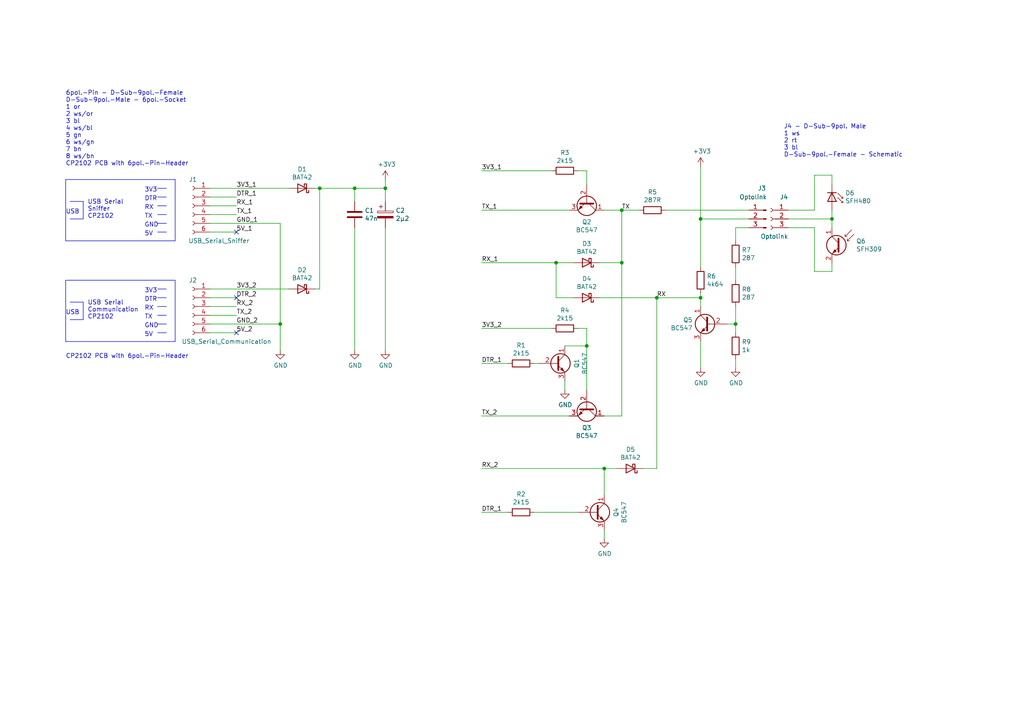
<source format=kicad_sch>
(kicad_sch (version 20230121) (generator eeschema)
  (paper "A4")
  (title_block (title "Optolink Duo Block") (date "2020-08-14") (rev "2") (company "Vich-667"))
  (lib_symbols
    (symbol "Connector:Conn_01x06_Socket" (pin_names (offset 1.016) hide)
      (property "Reference" "J" (at 0 7.62 0))
      (property "Value" "Conn_01x06_Socket" (at 0 -10.16 0))
      (symbol "Conn_01x06_Socket_1_1"
        (arc (start 0 -7.112) (mid -0.5058 -7.62) (end 0 -8.128) (stroke (width 0.1524)))
        (arc (start 0 -4.572) (mid -0.5058 -5.08) (end 0 -5.588) (stroke (width 0.1524)))
        (arc (start 0 -2.032) (mid -0.5058 -2.54) (end 0 -3.048) (stroke (width 0.1524)))
        (polyline (pts (xy -1.27 -7.62) (xy -0.508 -7.62)) (stroke (width 0.1524)))
        (polyline (pts (xy -1.27 -5.08) (xy -0.508 -5.08)) (stroke (width 0.1524)))
        (polyline (pts (xy -1.27 -2.54) (xy -0.508 -2.54)) (stroke (width 0.1524)))
        (polyline (pts (xy -1.27 0) (xy -0.508 0)) (stroke (width 0.1524)))
        (polyline (pts (xy -1.27 2.54) (xy -0.508 2.54)) (stroke (width 0.1524)))
        (polyline (pts (xy -1.27 5.08) (xy -0.508 5.08)) (stroke (width 0.1524)))
        (arc (start 0 0.508) (mid -0.5058 0) (end 0 -0.508) (stroke (width 0.1524)))
        (arc (start 0 3.048) (mid -0.5058 2.54) (end 0 2.032) (stroke (width 0.1524)))
        (arc (start 0 5.588) (mid -0.5058 5.08) (end 0 4.572) (stroke (width 0.1524)))
        (pin passive line (at -5.08 5.08 0) (length 3.81) (name "Pin_1") (number "1"))
        (pin passive line (at -5.08 2.54 0) (length 3.81) (name "Pin_2") (number "2"))
        (pin passive line (at -5.08 0 0) (length 3.81) (name "Pin_3") (number "3"))
        (pin passive line (at -5.08 -2.54 0) (length 3.81) (name "Pin_4") (number "4"))
        (pin passive line (at -5.08 -5.08 0) (length 3.81) (name "Pin_5") (number "5"))
        (pin passive line (at -5.08 -7.62 0) (length 3.81) (name "Pin_6") (number "6"))
      )
    )
    (symbol "Device:C" (pin_numbers hide) (pin_names (offset 0.254))
      (property "Reference" "C" (at 0.635 2.54 0))
      (property "Value" "C" (at 0.635 -2.54 0))
      (symbol "C_0_1"
        (polyline (pts (xy -2.032 -0.762) (xy 2.032 -0.762)) (stroke (width 0.508)))
        (polyline (pts (xy -2.032 0.762) (xy 2.032 0.762)) (stroke (width 0.508)))
      )
      (symbol "C_1_1"
        (pin passive line (at 0 3.81 270) (length 2.794) (name "~") (number "1"))
        (pin passive line (at 0 -3.81 90) (length 2.794) (name "~") (number "2"))
      )
    )
    (symbol "Device:R" (pin_numbers hide) (pin_names (offset 0))
      (property "Reference" "R" (at 2.032 0 90))
      (property "Value" "R" (at 0 0 90))
      (symbol "R_0_1"
        (rectangle (start -1.016 -2.54) (end 1.016 2.54) (stroke (width 0.254)))
      )
      (symbol "R_1_1"
        (pin passive line (at 0 3.81 270) (length 1.27) (name "~") (number "1"))
        (pin passive line (at 0 -3.81 90) (length 1.27) (name "~") (number "2"))
      )
    )
    (symbol "Diode:BAT42" (pin_numbers hide) (pin_names (offset 1.016) hide)
      (property "Reference" "D" (at 0 2.54 0))
      (property "Value" "BAT42" (at 0 -2.54 0))
      (symbol "BAT42_0_1"
        (polyline (pts (xy 1.27 0) (xy -1.27 0)))
        (polyline (pts (xy 1.27 1.27) (xy 1.27 -1.27) (xy -1.27 0) (xy 1.27 1.27)) (stroke (width 0.254)))
        (polyline (pts (xy -1.905 0.635) (xy -1.905 1.27) (xy -1.27 1.27) (xy -1.27 -1.27) (xy -0.635 -1.27) (xy -0.635 -0.635)) (stroke (width 0.254)))
      )
      (symbol "BAT42_1_1"
        (pin passive line (at -3.81 0 0) (length 2.54) (name "K") (number "1"))
        (pin passive line (at 3.81 0 180) (length 2.54) (name "A") (number "2"))
      )
    )
    (symbol "LED:SFH480" (pin_numbers hide) (pin_names (offset 1.016) hide)
      (property "Reference" "D" (at 0.508 1.778 0))
      (property "Value" "SFH480" (at -1.016 -2.794 0))
      (symbol "SFH480_0_1"
        (polyline (pts (xy -2.54 1.27) (xy -2.54 -1.27)) (stroke (width 0.254)))
        (polyline (pts (xy 0 0) (xy -2.54 0)))
        (polyline (pts (xy 0.381 3.175) (xy -0.127 3.175)))
        (polyline (pts (xy -1.143 1.651) (xy 0.381 3.175) (xy 0.381 2.667)))
        (polyline (pts (xy 0 1.27) (xy 0 -1.27) (xy -2.54 0) (xy 0 1.27)) (stroke (width 0.254)))
        (polyline (pts (xy -2.413 1.651) (xy -0.889 3.175) (xy -0.889 2.667) (xy -0.889 3.175) (xy -1.397 3.175)))
      )
      (symbol "SFH480_1_1"
        (pin passive line (at -5.08 0 0) (length 2.54) (name "K") (number "1"))
        (pin passive line (at 2.54 0 180) (length 2.54) (name "A") (number "2"))
      )
    )
    (symbol "OptolinkDuoBlock-rescue:+3.3V-power" (power) (pin_names (offset 0))
      (property "Value" "+3.3V-power" (at 0 3.556 0))
      (symbol "+3.3V-power_0_1"
        (polyline (pts (xy -0.762 1.27) (xy 0 2.54)))
        (polyline (pts (xy 0 0) (xy 0 2.54)))
        (polyline (pts (xy 0 2.54) (xy 0.762 1.27)))
      )
      (symbol "+3.3V-power_1_1"
        (pin power_in line (at 0 0 90) (length 0) hide (name "+3V3") (number "1"))
      )
    )
    (symbol "OptolinkDuoBlock-rescue:CP-Device" (pin_numbers hide) (pin_names (offset 0.254))
      (property "Reference" "C" (at 0.635 2.54 0))
      (property "Value" "Device_CP" (at 0.635 -2.54 0))
      (symbol "CP-Device_0_1"
        (rectangle (start -2.286 0.508) (end 2.286 1.016))
        (polyline (pts (xy -1.778 2.286) (xy -0.762 2.286)))
        (polyline (pts (xy -1.27 2.794) (xy -1.27 1.778)))
        (rectangle (start 2.286 -0.508) (end -2.286 -1.016) (fill (type outline)))
      )
      (symbol "CP-Device_1_1"
        (pin passive line (at 0 3.81 270) (length 2.794) (name "~") (number "1"))
        (pin passive line (at 0 -3.81 90) (length 2.794) (name "~") (number "2"))
      )
    )
    (symbol "OptolinkDuoBlock-rescue:Conn_01x03_Female-Connector" (pin_names (offset 1.016) hide)
      (property "Reference" "J" (at 0 5.08 0))
      (property "Value" "Connector_Conn_01x03_Female" (at 0 -5.08 0))
      (symbol "Conn_01x03_Female-Connector_1_1"
        (arc (start 0 -2.032) (mid -0.5058 -2.54) (end 0 -3.048) (stroke (width 0.1524)))
        (polyline (pts (xy -1.27 -2.54) (xy -0.508 -2.54)) (stroke (width 0.1524)))
        (polyline (pts (xy -1.27 0) (xy -0.508 0)) (stroke (width 0.1524)))
        (polyline (pts (xy -1.27 2.54) (xy -0.508 2.54)) (stroke (width 0.1524)))
        (arc (start 0 0.508) (mid -0.5058 0) (end 0 -0.508) (stroke (width 0.1524)))
        (arc (start 0 3.048) (mid -0.5058 2.54) (end 0 2.032) (stroke (width 0.1524)))
        (pin passive line (at -5.08 2.54 0) (length 3.81) (name "Pin_1") (number "1"))
        (pin passive line (at -5.08 0 0) (length 3.81) (name "Pin_2") (number "2"))
        (pin passive line (at -5.08 -2.54 0) (length 3.81) (name "Pin_3") (number "3"))
      )
    )
    (symbol "OptolinkDuoBlock-rescue:Conn_01x03_Male-Connector" (pin_names (offset 1.016) hide)
      (property "Reference" "J" (at 0 5.08 0))
      (property "Value" "Connector_Conn_01x03_Male" (at 0 -5.08 0))
      (symbol "Conn_01x03_Male-Connector_1_1"
        (polyline (pts (xy 1.27 -2.54) (xy 0.8636 -2.54)) (stroke (width 0.1524)))
        (polyline (pts (xy 1.27 0) (xy 0.8636 0)) (stroke (width 0.1524)))
        (polyline (pts (xy 1.27 2.54) (xy 0.8636 2.54)) (stroke (width 0.1524)))
        (rectangle (start 0.8636 -2.413) (end 0 -2.667) (stroke (width 0.1524)) (fill (type outline)))
        (rectangle (start 0.8636 0.127) (end 0 -0.127) (stroke (width 0.1524)) (fill (type outline)))
        (rectangle (start 0.8636 2.667) (end 0 2.413) (stroke (width 0.1524)) (fill (type outline)))
        (pin passive line (at 5.08 2.54 180) (length 3.81) (name "Pin_1") (number "1"))
        (pin passive line (at 5.08 0 180) (length 3.81) (name "Pin_2") (number "2"))
        (pin passive line (at 5.08 -2.54 180) (length 3.81) (name "Pin_3") (number "3"))
      )
    )
    (symbol "Sensor_Optical:SFH309" (pin_names (offset 0) hide)
      (property "Reference" "Q" (at 5.08 1.27 0))
      (property "Value" "SFH309" (at 5.08 -1.27 0))
      (symbol "SFH309_0_1"
        (polyline (pts (xy -1.905 1.27) (xy -2.54 1.27)))
        (polyline (pts (xy -1.27 2.54) (xy -1.905 2.54)))
        (polyline (pts (xy 0.635 0.635) (xy 2.54 2.54)))
        (polyline (pts (xy -3.81 3.175) (xy -1.905 1.27) (xy -1.905 1.905)))
        (polyline (pts (xy -3.175 4.445) (xy -1.27 2.54) (xy -1.27 3.175)))
        (polyline (pts (xy 0.635 -0.635) (xy 2.54 -2.54) (xy 2.54 -2.54)))
        (polyline (pts (xy 0.635 1.905) (xy 0.635 -1.905) (xy 0.635 -1.905)) (stroke (width 0.508)))
        (polyline (pts (xy 1.27 -1.778) (xy 1.778 -1.27) (xy 2.286 -2.286) (xy 1.27 -1.778) (xy 1.27 -1.778)) (fill (type outline)))
        (circle (center 1.27 0) (radius 2.8194) (stroke (width 0.254)))
      )
      (symbol "SFH309_1_1"
        (pin passive line (at 2.54 5.08 270) (length 2.54) (name "C") (number "1"))
        (pin passive line (at 2.54 -5.08 90) (length 2.54) (name "E") (number "2"))
      )
    )
    (symbol "Transistor_BJT:BC547" (pin_names (offset 0) hide)
      (property "Reference" "Q" (at 5.08 1.905 0))
      (property "Value" "BC547" (at 5.08 0 0))
      (symbol "BC547_0_1"
        (polyline (pts (xy 0 0) (xy 0.635 0)))
        (polyline (pts (xy 0.635 0.635) (xy 2.54 2.54)))
        (polyline (pts (xy 0.635 -0.635) (xy 2.54 -2.54) (xy 2.54 -2.54)))
        (polyline (pts (xy 0.635 1.905) (xy 0.635 -1.905) (xy 0.635 -1.905)) (stroke (width 0.508)))
        (polyline (pts (xy 1.27 -1.778) (xy 1.778 -1.27) (xy 2.286 -2.286) (xy 1.27 -1.778) (xy 1.27 -1.778)) (fill (type outline)))
        (circle (center 1.27 0) (radius 2.8194) (stroke (width 0.254)))
      )
      (symbol "BC547_1_1"
        (pin passive line (at 2.54 5.08 270) (length 2.54) (name "C") (number "1"))
        (pin input line (at -5.08 0 0) (length 5.08) (name "B") (number "2"))
        (pin passive line (at 2.54 -5.08 90) (length 2.54) (name "E") (number "3"))
      )
    )
    (symbol "power:GND" (power) (pin_names (offset 0))
      (property "Value" "GND" (at 0 -3.81 0))
      (symbol "GND_0_1"
        (polyline (pts (xy 0 0) (xy 0 -1.27) (xy 1.27 -1.27) (xy 0 -2.54) (xy -1.27 -1.27) (xy 0 -1.27)))
      )
      (symbol "GND_1_1"
        (pin power_in line (at 0 0 270) (length 0) hide (name "GND") (number "1"))
      )
    )
  )
  (junction (at 213.36 93.98))
  (junction (at 180.34 60.96))
  (junction (at 102.87 54.61))
  (junction (at 161.29 76.2))
  (junction (at 111.76 54.61))
  (junction (at 203.2 86.36))
  (junction (at 175.26 135.89))
  (junction (at 180.34 76.2))
  (junction (at 92.71 54.61))
  (junction (at 190.5 86.36))
  (junction (at 241.3 63.5))
  (junction (at 81.28 93.98))
  (junction (at 203.2 63.5))
  (junction (at 170.18 100.33))
  (no_connect (at 68.58 86.36))
  (no_connect (at 68.58 67.31))
  (no_connect (at 68.58 96.52))
  (wire (pts (xy 228.6 60.96) (xy 236.22 60.96)))
  (wire (pts (xy 213.36 77.47) (xy 213.36 81.28)))
  (polyline (pts (xy 45.72 91.44) (xy 48.26 91.44)))
  (polyline (pts (xy 19.05 81.28) (xy 19.05 99.06)))
  (wire (pts (xy 190.5 86.36) (xy 203.2 86.36)))
  (wire (pts (xy 170.18 95.25) (xy 170.18 100.33)))
  (wire (pts (xy 60.96 91.44) (xy 68.58 91.44)))
  (polyline (pts (xy 20.32 58.42) (xy 24.13 58.42)))
  (polyline (pts (xy 45.72 96.52) (xy 48.26 96.52)))
  (wire (pts (xy 154.94 105.41) (xy 156.21 105.41)))
  (polyline (pts (xy 50.8 81.28) (xy 50.8 99.06)))
  (wire (pts (xy 167.64 95.25) (xy 170.18 95.25)))
  (polyline (pts (xy 50.8 69.85) (xy 19.05 69.85)))
  (wire (pts (xy 92.71 54.61) (xy 102.87 54.61)))
  (wire (pts (xy 170.18 113.03) (xy 170.18 100.33)))
  (wire (pts (xy 175.26 156.21) (xy 175.26 153.67)))
  (wire (pts (xy 241.3 78.74) (xy 236.22 78.74)))
  (wire (pts (xy 186.69 135.89) (xy 190.5 135.89)))
  (wire (pts (xy 111.76 54.61) (xy 111.76 58.42)))
  (wire (pts (xy 92.71 54.61) (xy 92.71 83.82)))
  (wire (pts (xy 241.3 66.04) (xy 241.3 63.5)))
  (wire (pts (xy 213.36 104.14) (xy 213.36 106.68)))
  (wire (pts (xy 203.2 86.36) (xy 203.2 85.09)))
  (wire (pts (xy 60.96 86.36) (xy 68.58 86.36)))
  (wire (pts (xy 173.99 76.2) (xy 180.34 76.2)))
  (wire (pts (xy 175.26 60.96) (xy 180.34 60.96)))
  (wire (pts (xy 203.2 63.5) (xy 217.17 63.5)))
  (wire (pts (xy 60.96 67.31) (xy 68.58 67.31)))
  (wire (pts (xy 163.83 100.33) (xy 170.18 100.33)))
  (wire (pts (xy 175.26 135.89) (xy 179.07 135.89)))
  (wire (pts (xy 180.34 60.96) (xy 180.34 76.2)))
  (wire (pts (xy 60.96 83.82) (xy 83.82 83.82)))
  (polyline (pts (xy 50.8 52.07) (xy 50.8 69.85)))
  (wire (pts (xy 60.96 93.98) (xy 81.28 93.98)))
  (polyline (pts (xy 20.32 63.5) (xy 24.13 63.5)))
  (wire (pts (xy 180.34 60.96) (xy 185.42 60.96)))
  (wire (pts (xy 241.3 76.2) (xy 241.3 78.74)))
  (wire (pts (xy 236.22 66.04) (xy 228.6 66.04)))
  (wire (pts (xy 241.3 50.8) (xy 241.3 53.34)))
  (wire (pts (xy 236.22 50.8) (xy 241.3 50.8)))
  (wire (pts (xy 60.96 96.52) (xy 68.58 96.52)))
  (wire (pts (xy 175.26 120.65) (xy 180.34 120.65)))
  (wire (pts (xy 213.36 66.04) (xy 217.17 66.04)))
  (wire (pts (xy 91.44 83.82) (xy 92.71 83.82)))
  (polyline (pts (xy 45.72 64.77) (xy 48.26 64.77)))
  (polyline (pts (xy 45.72 88.9) (xy 48.26 88.9)))
  (wire (pts (xy 139.7 95.25) (xy 160.02 95.25)))
  (wire (pts (xy 175.26 143.51) (xy 175.26 135.89)))
  (wire (pts (xy 102.87 54.61) (xy 111.76 54.61)))
  (wire (pts (xy 170.18 49.53) (xy 167.64 49.53)))
  (polyline (pts (xy 19.05 52.07) (xy 50.8 52.07)))
  (wire (pts (xy 161.29 76.2) (xy 139.7 76.2)))
  (wire (pts (xy 203.2 88.9) (xy 203.2 86.36)))
  (wire (pts (xy 213.36 96.52) (xy 213.36 93.98)))
  (wire (pts (xy 139.7 120.65) (xy 165.1 120.65)))
  (wire (pts (xy 147.32 105.41) (xy 139.7 105.41)))
  (wire (pts (xy 166.37 86.36) (xy 161.29 86.36)))
  (polyline (pts (xy 45.72 59.69) (xy 48.26 59.69)))
  (wire (pts (xy 236.22 78.74) (xy 236.22 66.04)))
  (polyline (pts (xy 45.72 86.36) (xy 48.26 86.36)))
  (wire (pts (xy 236.22 60.96) (xy 236.22 50.8)))
  (wire (pts (xy 193.04 60.96) (xy 217.17 60.96)))
  (polyline (pts (xy 45.72 93.98) (xy 48.26 93.98)))
  (wire (pts (xy 102.87 54.61) (xy 102.87 58.42)))
  (wire (pts (xy 139.7 135.89) (xy 175.26 135.89)))
  (wire (pts (xy 213.36 66.04) (xy 213.36 69.85)))
  (polyline (pts (xy 45.72 54.61) (xy 48.26 54.61)))
  (wire (pts (xy 241.3 63.5) (xy 241.3 60.96)))
  (wire (pts (xy 210.82 93.98) (xy 213.36 93.98)))
  (polyline (pts (xy 24.13 58.42) (xy 24.13 63.5)))
  (wire (pts (xy 91.44 54.61) (xy 92.71 54.61)))
  (wire (pts (xy 102.87 66.04) (xy 102.87 101.6)))
  (polyline (pts (xy 19.05 81.28) (xy 50.8 81.28)))
  (wire (pts (xy 203.2 63.5) (xy 203.2 77.47)))
  (wire (pts (xy 154.94 148.59) (xy 167.64 148.59)))
  (polyline (pts (xy 19.05 52.07) (xy 19.05 69.85)))
  (wire (pts (xy 213.36 88.9) (xy 213.36 93.98)))
  (polyline (pts (xy 45.72 57.15) (xy 48.26 57.15)))
  (wire (pts (xy 147.32 148.59) (xy 139.7 148.59)))
  (wire (pts (xy 139.7 60.96) (xy 165.1 60.96)))
  (wire (pts (xy 60.96 54.61) (xy 83.82 54.61)))
  (wire (pts (xy 170.18 53.34) (xy 170.18 49.53)))
  (wire (pts (xy 139.7 49.53) (xy 160.02 49.53)))
  (polyline (pts (xy 45.72 67.31) (xy 48.26 67.31)))
  (wire (pts (xy 60.96 62.23) (xy 68.58 62.23)))
  (wire (pts (xy 228.6 63.5) (xy 241.3 63.5)))
  (wire (pts (xy 203.2 48.26) (xy 203.2 63.5)))
  (polyline (pts (xy 20.32 87.63) (xy 24.13 87.63)))
  (wire (pts (xy 173.99 86.36) (xy 190.5 86.36)))
  (wire (pts (xy 81.28 93.98) (xy 81.28 101.6)))
  (polyline (pts (xy 50.8 99.06) (xy 19.05 99.06)))
  (polyline (pts (xy 45.72 83.82) (xy 48.26 83.82)))
  (wire (pts (xy 163.83 110.49) (xy 163.83 113.03)))
  (wire (pts (xy 161.29 86.36) (xy 161.29 76.2)))
  (wire (pts (xy 203.2 106.68) (xy 203.2 99.06)))
  (wire (pts (xy 166.37 76.2) (xy 161.29 76.2)))
  (wire (pts (xy 60.96 64.77) (xy 81.28 64.77)))
  (polyline (pts (xy 24.13 87.63) (xy 24.13 92.71)))
  (wire (pts (xy 60.96 57.15) (xy 68.58 57.15)))
  (wire (pts (xy 180.34 76.2) (xy 180.34 120.65)))
  (polyline (pts (xy 20.32 92.71) (xy 24.13 92.71)))
  (wire (pts (xy 111.76 52.07) (xy 111.76 54.61)))
  (polyline (pts (xy 45.72 62.23) (xy 48.26 62.23)))
  (wire (pts (xy 81.28 93.98) (xy 81.28 64.77)))
  (wire (pts (xy 60.96 88.9) (xy 68.58 88.9)))
  (wire (pts (xy 60.96 59.69) (xy 68.58 59.69)))
  (wire (pts (xy 190.5 135.89) (xy 190.5 86.36)))
  (wire (pts (xy 111.76 66.04) (xy 111.76 101.6)))
  (text "J4 - D-Sub-9pol. Male\n1 ws\n2 rt\n3 bl\nD-Sub-9pol.-Female - Schematic" (at 227.33 45.72 0) (effects (font (size 1.27 1.27)) (justify left bottom)))
  (text "USB" (at 19.05 91.44 0) (effects (font (size 1.27 1.27)) (justify left bottom)))
  (text "DTR" (at 41.91 58.42 0) (effects (font (size 1.27 1.27)) (justify left bottom)))
  (text "GND\n" (at 41.91 66.04 0) (effects (font (size 1.27 1.27)) (justify left bottom)))
  (text "5V" (at 41.91 68.58 0) (effects (font (size 1.27 1.27)) (justify left bottom)))
  (text "USB" (at 19.05 62.23 0) (effects (font (size 1.27 1.27)) (justify left bottom)))
  (text "TX\n" (at 41.91 92.71 0) (effects (font (size 1.27 1.27)) (justify left bottom)))
  (text "3V3" (at 41.91 85.09 0) (effects (font (size 1.27 1.27)) (justify left bottom)))
  (text "USB Serial\nCommunication\nCP2102" (at 25.4 92.71 0) (effects (font (size 1.27 1.27)) (justify left bottom)))
  (text "TX\n" (at 41.91 63.5 0) (effects (font (size 1.27 1.27)) (justify left bottom)))
  (text "GND\n" (at 41.91 95.25 0) (effects (font (size 1.27 1.27)) (justify left bottom)))
  (text "3V3" (at 41.91 55.88 0) (effects (font (size 1.27 1.27)) (justify left bottom)))
  (text "RX\n" (at 41.91 60.96 0) (effects (font (size 1.27 1.27)) (justify left bottom)))
  (text "DTR" (at 41.91 87.63 0) (effects (font (size 1.27 1.27)) (justify left bottom)))
  (text "USB Serial\nSniffer\nCP2102" (at 25.4 63.5 0) (effects (font (size 1.27 1.27)) (justify left bottom)))
  (text "5V" (at 41.91 97.79 0) (effects (font (size 1.27 1.27)) (justify left bottom)))
  (text "CP2102 PCB with 6pol.-Pin-Header" (at 19.05 104.14 0) (effects (font (size 1.27 1.27)) (justify left bottom)))
  (text "RX\n" (at 41.91 90.17 0) (effects (font (size 1.27 1.27)) (justify left bottom)))
  (text "6pol.-Pin - D-Sub-9pol.-Female\nD-Sub-9pol.-Male - 6pol.-Socket\n1 or\n2 ws/or\n3 bl\n4 ws/bl\n5 gn\n6 ws/gn\n7 bn\n8 ws/bn\nCP2102 PCB with 6pol.-Pin-Header" (at 19.05 48.26 0) (effects (font (size 1.27 1.27)) (justify left bottom)))
  (label "TX_2" (at 139.7 120.65 0))
  (label "TX_1" (at 68.58 62.23 0))
  (label "DTR_1" (at 68.58 57.15 0))
  (label "RX" (at 190.5 86.36 0))
  (label "3V3_2" (at 139.7 95.25 0))
  (label "3V3_1" (at 68.58 54.61 0))
  (label "DTR_1" (at 139.7 105.41 0))
  (label "TX_2" (at 68.58 91.44 0))
  (label "RX_2" (at 139.7 135.89 0))
  (label "5V_1" (at 68.58 67.31 0))
  (label "TX" (at 180.34 60.96 0))
  (label "RX_2" (at 68.58 88.9 0))
  (label "GND_2" (at 68.58 93.98 0))
  (label "GND_1" (at 68.58 64.77 0))
  (label "RX_1" (at 68.58 59.69 0))
  (label "5V_2" (at 68.58 96.52 0))
  (label "DTR_2" (at 68.58 86.36 0))
  (label "3V3_1" (at 139.7 49.53 0))
  (label "3V3_2" (at 68.58 83.82 0))
  (label "TX_1" (at 139.7 60.96 0))
  (label "RX_1" (at 139.7 76.2 0))
  (label "DTR_1" (at 139.7 148.59 0))
  (symbol (lib_id "LED:SFH480") (at 241.3 58.42 270) (unit 1)
    (property "Reference" "D6" (at 245.1608 55.9816 90) (effects (justify left)))
    (property "Value" "SFH480" (at 245.1608 58.293 90) (effects (justify left)))
    (property "Footprint" "Package_TO_SOT_THT:TO-18-2_Window" (effects hide))
    (property "Datasheet" "http://www.osram-os.com/Graphics/XPic1/00083613_0.pdf" (effects hide))
  )
  (symbol (lib_id "Sensor_Optical:SFH309") (at 243.84 71.12 0) (mirror y) (unit 1)
    (property "Reference" "Q6" (at 248.3358 69.9516 0) (effects (justify right)))
    (property "Value" "SFH309" (at 248.3358 72.263 0) (effects (justify right)))
    (property "Footprint" "LED_THT:LED_D3.0mm_Clear" (effects hide))
    (property "Datasheet" "http://www.osram-os.com/Graphics/XPic2/00101811_0.pdf/SFH%20309,%20SFH%20309%20FA,%20Lead%20(Pb)%20Free%20Product%20-%20RoHS%20Compliant.pdf" (effects hide))
  )
  (symbol (lib_id "power:GND") (at 81.28 101.6 0) (unit 1)
    (property "Reference" "#PWR01" (effects hide))
    (property "Value" "GND" (at 81.407 105.9942 0))
  )
  (symbol (lib_id "Diode:BAT42") (at 87.63 54.61 180) (unit 1)
    (property "Reference" "D1" (at 87.63 49.0982 0))
    (property "Value" "BAT42" (at 87.63 51.4096 0))
    (property "Footprint" "Diode_THT:D_DO-35_SOD27_P7.62mm_Horizontal" (effects hide))
    (property "Datasheet" "http://www.vishay.com/docs/85660/bat42.pdf" (effects hide))
  )
  (symbol (lib_id "Diode:BAT42") (at 87.63 83.82 180) (unit 1)
    (property "Reference" "D2" (at 87.63 78.3082 0))
    (property "Value" "BAT42" (at 87.63 80.6196 0))
    (property "Footprint" "Diode_THT:D_DO-35_SOD27_P7.62mm_Horizontal" (effects hide))
    (property "Datasheet" "http://www.vishay.com/docs/85660/bat42.pdf" (effects hide))
  )
  (symbol (lib_id "OptolinkDuoBlock-rescue:CP-Device") (at 111.76 62.23 0) (unit 1)
    (property "Reference" "C2" (at 114.7572 61.0616 0) (effects (justify left)))
    (property "Value" "2µ2" (at 114.7572 63.373 0) (effects (justify left)))
    (property "Footprint" "Capacitor_THT:CP_Radial_D5.0mm_P2.50mm" (effects hide))
  )
  (symbol (lib_id "Device:C") (at 102.87 62.23 0) (unit 1)
    (property "Reference" "C1" (at 105.791 61.0616 0) (effects (justify left)))
    (property "Value" "47n" (at 105.791 63.373 0) (effects (justify left)))
    (property "Footprint" "Capacitor_THT:C_Disc_D7.5mm_W5.0mm_P7.50mm" (effects hide))
  )
  (symbol (lib_id "power:GND") (at 102.87 101.6 0) (unit 1)
    (property "Reference" "#PWR02" (effects hide))
    (property "Value" "GND" (at 102.997 105.9942 0))
  )
  (symbol (lib_id "power:GND") (at 111.76 101.6 0) (unit 1)
    (property "Reference" "#PWR04" (effects hide))
    (property "Value" "GND" (at 111.887 105.9942 0))
  )
  (symbol (lib_id "OptolinkDuoBlock-rescue:Conn_01x03_Female-Connector") (at 223.52 63.5 0) (mirror y) (unit 1)
    (property "Reference" "J4" (at 228.6 57.15 0) (effects (justify left)))
    (property "Value" "Optolink" (at 228.6 68.58 0) (effects (justify left)))
    (property "Footprint" "Connector_PinSocket_2.54mm:PinSocket_1x03_P2.54mm_Vertical" (effects hide))
  )
  (symbol (lib_id "OptolinkDuoBlock-rescue:Conn_01x03_Male-Connector") (at 222.25 63.5 0) (mirror y) (unit 1)
    (property "Reference" "J3" (at 220.98 54.61 0))
    (property "Value" "Optolink" (at 218.44 57.15 0))
    (property "Footprint" "Connector_PinHeader_2.54mm:PinHeader_1x03_P2.54mm_Vertical" (effects hide))
  )
  (symbol (lib_id "OptolinkDuoBlock-rescue:+3.3V-power") (at 111.76 52.07 0) (unit 1)
    (property "Reference" "#PWR03" (effects hide))
    (property "Value" "+3.3V" (at 112.141 47.6758 0))
  )
  (symbol (lib_id "OptolinkDuoBlock-rescue:+3.3V-power") (at 203.2 48.26 0) (unit 1)
    (property "Reference" "#PWR07" (effects hide))
    (property "Value" "+3.3V" (at 203.581 43.8658 0))
  )
  (symbol (lib_id "Device:R") (at 189.23 60.96 270) (unit 1)
    (property "Reference" "R5" (at 189.23 55.7022 90))
    (property "Value" "287R" (at 189.23 58.0136 90))
    (property "Footprint" "Resistor_THT:R_Axial_DIN0207_L6.3mm_D2.5mm_P10.16mm_Horizontal" (effects hide))
  )
  (symbol (lib_id "Transistor_BJT:BC547") (at 170.18 58.42 270) (unit 1)
    (property "Reference" "Q2" (at 170.18 64.389 90))
    (property "Value" "BC547" (at 170.18 66.7004 90))
    (property "Footprint" "Package_TO_SOT_THT:TO-92L_Inline_Wide" (effects hide))
    (property "Datasheet" "http://www.fairchildsemi.com/ds/BC/BC547.pdf" (effects hide))
  )
  (symbol (lib_id "Transistor_BJT:BC547") (at 170.18 118.11 270) (unit 1)
    (property "Reference" "Q3" (at 170.18 124.079 90))
    (property "Value" "BC547" (at 170.18 126.3904 90))
    (property "Footprint" "Package_TO_SOT_THT:TO-92L_Inline_Wide" (effects hide))
    (property "Datasheet" "http://www.fairchildsemi.com/ds/BC/BC547.pdf" (effects hide))
  )
  (symbol (lib_id "Device:R") (at 163.83 49.53 270) (unit 1)
    (property "Reference" "R3" (at 163.83 44.2722 90))
    (property "Value" "2k15" (at 163.83 46.5836 90))
    (property "Footprint" "Resistor_THT:R_Axial_DIN0207_L6.3mm_D2.5mm_P10.16mm_Horizontal" (effects hide))
  )
  (symbol (lib_id "Device:R") (at 163.83 95.25 270) (unit 1)
    (property "Reference" "R4" (at 163.83 89.9922 90))
    (property "Value" "2k15" (at 163.83 92.3036 90))
    (property "Footprint" "Resistor_THT:R_Axial_DIN0207_L6.3mm_D2.5mm_P10.16mm_Horizontal" (effects hide))
  )
  (symbol (lib_id "Device:R") (at 213.36 73.66 0) (unit 1)
    (property "Reference" "R7" (at 215.138 72.4916 0) (effects (justify left)))
    (property "Value" "287" (at 215.138 74.803 0) (effects (justify left)))
    (property "Footprint" "Resistor_THT:R_Axial_DIN0207_L6.3mm_D2.5mm_P10.16mm_Horizontal" (effects hide))
  )
  (symbol (lib_id "Device:R") (at 213.36 100.33 0) (unit 1)
    (property "Reference" "R9" (at 215.138 99.1616 0) (effects (justify left)))
    (property "Value" "1k" (at 215.138 101.473 0) (effects (justify left)))
    (property "Footprint" "Resistor_THT:R_Axial_DIN0207_L6.3mm_D2.5mm_P10.16mm_Horizontal" (effects hide))
  )
  (symbol (lib_id "Transistor_BJT:BC547") (at 205.74 93.98 0) (mirror y) (unit 1)
    (property "Reference" "Q5" (at 200.8886 92.8116 0) (effects (justify left)))
    (property "Value" "BC547" (at 200.8886 95.123 0) (effects (justify left)))
    (property "Footprint" "Package_TO_SOT_THT:TO-92L_Inline_Wide" (effects hide))
    (property "Datasheet" "http://www.fairchildsemi.com/ds/BC/BC547.pdf" (effects hide))
  )
  (symbol (lib_id "power:GND") (at 213.36 106.68 0) (unit 1)
    (property "Reference" "#PWR09" (effects hide))
    (property "Value" "GND" (at 213.487 111.0742 0))
  )
  (symbol (lib_id "power:GND") (at 203.2 106.68 0) (unit 1)
    (property "Reference" "#PWR08" (effects hide))
    (property "Value" "GND" (at 203.327 111.0742 0))
  )
  (symbol (lib_id "Device:R") (at 203.2 81.28 0) (unit 1)
    (property "Reference" "R6" (at 204.978 80.1116 0) (effects (justify left)))
    (property "Value" "4k64" (at 204.978 82.423 0) (effects (justify left)))
    (property "Footprint" "Resistor_THT:R_Axial_DIN0207_L6.3mm_D2.5mm_P10.16mm_Horizontal" (effects hide))
  )
  (symbol (lib_id "Diode:BAT42") (at 182.88 135.89 180) (unit 1)
    (property "Reference" "D5" (at 182.88 130.3782 0))
    (property "Value" "BAT42" (at 182.88 132.6896 0))
    (property "Footprint" "Diode_THT:D_DO-35_SOD27_P7.62mm_Horizontal" (effects hide))
    (property "Datasheet" "http://www.vishay.com/docs/85660/bat42.pdf" (effects hide))
  )
  (symbol (lib_id "Diode:BAT42") (at 170.18 86.36 180) (unit 1)
    (property "Reference" "D4" (at 170.18 80.8482 0))
    (property "Value" "BAT42" (at 170.18 83.1596 0))
    (property "Footprint" "Diode_THT:D_DO-35_SOD27_P7.62mm_Horizontal" (effects hide))
    (property "Datasheet" "http://www.vishay.com/docs/85660/bat42.pdf" (effects hide))
  )
  (symbol (lib_id "Transistor_BJT:BC547") (at 172.72 148.59 0) (unit 1)
    (property "Reference" "Q4" (at 178.689 148.59 90))
    (property "Value" "BC547" (at 181.0004 148.59 90))
    (property "Footprint" "Package_TO_SOT_THT:TO-92L_Inline_Wide" (effects hide))
    (property "Datasheet" "http://www.fairchildsemi.com/ds/BC/BC547.pdf" (effects hide))
  )
  (symbol (lib_id "Device:R") (at 151.13 148.59 270) (unit 1)
    (property "Reference" "R2" (at 151.13 143.3322 90))
    (property "Value" "2k15" (at 151.13 145.6436 90))
    (property "Footprint" "Resistor_THT:R_Axial_DIN0207_L6.3mm_D2.5mm_P10.16mm_Horizontal" (effects hide))
  )
  (symbol (lib_id "Diode:BAT42") (at 170.18 76.2 180) (unit 1)
    (property "Reference" "D3" (at 170.18 70.6882 0))
    (property "Value" "BAT42" (at 170.18 72.9996 0))
    (property "Footprint" "Diode_THT:D_DO-35_SOD27_P7.62mm_Horizontal" (effects hide))
    (property "Datasheet" "http://www.vishay.com/docs/85660/bat42.pdf" (effects hide))
  )
  (symbol (lib_id "power:GND") (at 175.26 156.21 0) (unit 1)
    (property "Reference" "#PWR06" (effects hide))
    (property "Value" "GND" (at 175.387 160.6042 0))
  )
  (symbol (lib_id "Transistor_BJT:BC547") (at 161.29 105.41 0) (unit 1)
    (property "Reference" "Q1" (at 167.259 105.41 90))
    (property "Value" "BC547" (at 169.5704 105.41 90))
    (property "Footprint" "Package_TO_SOT_THT:TO-92L_Inline_Wide" (effects hide))
    (property "Datasheet" "http://www.fairchildsemi.com/ds/BC/BC547.pdf" (effects hide))
  )
  (symbol (lib_id "Device:R") (at 151.13 105.41 270) (unit 1)
    (property "Reference" "R1" (at 151.13 100.1522 90))
    (property "Value" "2k15" (at 151.13 102.4636 90))
    (property "Footprint" "Resistor_THT:R_Axial_DIN0207_L6.3mm_D2.5mm_P10.16mm_Horizontal" (effects hide))
  )
  (symbol (lib_id "power:GND") (at 163.83 113.03 0) (unit 1)
    (property "Reference" "#PWR05" (effects hide))
    (property "Value" "GND" (at 163.957 117.4242 0))
  )
  (symbol (lib_id "Device:R") (at 213.36 85.09 0) (unit 1)
    (property "Reference" "R8" (at 215.138 83.9216 0) (effects (justify left)))
    (property "Value" "287" (at 215.138 86.233 0) (effects (justify left)))
    (property "Footprint" "Resistor_THT:R_Axial_DIN0207_L6.3mm_D2.5mm_P10.16mm_Horizontal" (effects hide))
  )
  (symbol (lib_id "Connector:Conn_01x06_Socket") (at 55.88 88.9 0) (mirror y) (unit 1)
    (property "Reference" "J2" (at 57.15 81.28 0) (effects (justify left)))
    (property "Value" "USB_Serial_Communication" (at 78.74 99.06 0) (effects (justify left)))
    (property "Footprint" "Connector_PinSocket_2.54mm:PinSocket_1x06_P2.54mm_Vertical" (effects hide))
  )
  (symbol (lib_id "Connector:Conn_01x06_Socket") (at 55.88 59.69 0) (mirror y) (unit 1)
    (property "Reference" "J1" (at 57.15 52.07 0) (effects (justify left)))
    (property "Value" "USB_Serial_Sniffer" (at 72.39 69.85 0) (effects (justify left)))
    (property "Footprint" "Connector_PinSocket_2.54mm:PinSocket_1x06_P2.54mm_Vertical" (effects hide))
  )
)
</source>
